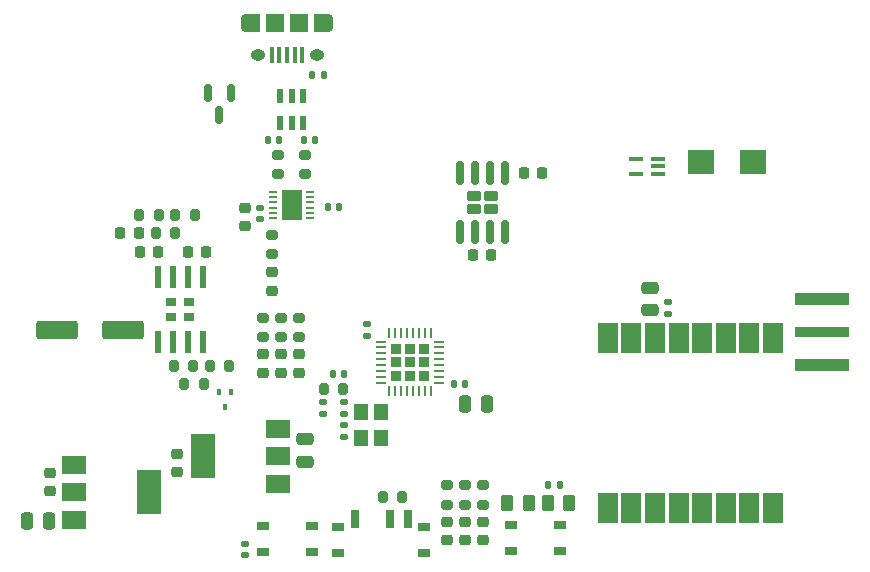
<source format=gbr>
%TF.GenerationSoftware,KiCad,Pcbnew,7.0.6*%
%TF.CreationDate,2023-10-09T12:22:10-06:00*%
%TF.ProjectId,CAN-USB RF Module,43414e2d-5553-4422-9052-46204d6f6475,2.0*%
%TF.SameCoordinates,Original*%
%TF.FileFunction,Paste,Top*%
%TF.FilePolarity,Positive*%
%FSLAX46Y46*%
G04 Gerber Fmt 4.6, Leading zero omitted, Abs format (unit mm)*
G04 Created by KiCad (PCBNEW 7.0.6) date 2023-10-09 12:22:10*
%MOMM*%
%LPD*%
G01*
G04 APERTURE LIST*
G04 Aperture macros list*
%AMRoundRect*
0 Rectangle with rounded corners*
0 $1 Rounding radius*
0 $2 $3 $4 $5 $6 $7 $8 $9 X,Y pos of 4 corners*
0 Add a 4 corners polygon primitive as box body*
4,1,4,$2,$3,$4,$5,$6,$7,$8,$9,$2,$3,0*
0 Add four circle primitives for the rounded corners*
1,1,$1+$1,$2,$3*
1,1,$1+$1,$4,$5*
1,1,$1+$1,$6,$7*
1,1,$1+$1,$8,$9*
0 Add four rect primitives between the rounded corners*
20,1,$1+$1,$2,$3,$4,$5,0*
20,1,$1+$1,$4,$5,$6,$7,0*
20,1,$1+$1,$6,$7,$8,$9,0*
20,1,$1+$1,$8,$9,$2,$3,0*%
G04 Aperture macros list end*
%ADD10RoundRect,0.200000X-0.200000X-0.275000X0.200000X-0.275000X0.200000X0.275000X-0.200000X0.275000X0*%
%ADD11RoundRect,0.218750X0.256250X-0.218750X0.256250X0.218750X-0.256250X0.218750X-0.256250X-0.218750X0*%
%ADD12RoundRect,0.200000X0.275000X-0.200000X0.275000X0.200000X-0.275000X0.200000X-0.275000X-0.200000X0*%
%ADD13R,2.000000X1.500000*%
%ADD14R,2.000000X3.800000*%
%ADD15RoundRect,0.218750X-0.218750X-0.256250X0.218750X-0.256250X0.218750X0.256250X-0.218750X0.256250X0*%
%ADD16R,1.200000X1.400000*%
%ADD17RoundRect,0.200000X-0.275000X0.200000X-0.275000X-0.200000X0.275000X-0.200000X0.275000X0.200000X0*%
%ADD18RoundRect,0.200000X0.200000X0.275000X-0.200000X0.275000X-0.200000X-0.275000X0.200000X-0.275000X0*%
%ADD19RoundRect,0.140000X-0.170000X0.140000X-0.170000X-0.140000X0.170000X-0.140000X0.170000X0.140000X0*%
%ADD20RoundRect,0.250000X-0.475000X0.250000X-0.475000X-0.250000X0.475000X-0.250000X0.475000X0.250000X0*%
%ADD21R,1.050000X0.650000*%
%ADD22RoundRect,0.140000X-0.140000X-0.170000X0.140000X-0.170000X0.140000X0.170000X-0.140000X0.170000X0*%
%ADD23RoundRect,0.225000X-0.250000X0.225000X-0.250000X-0.225000X0.250000X-0.225000X0.250000X0.225000X0*%
%ADD24RoundRect,0.250000X1.500000X0.550000X-1.500000X0.550000X-1.500000X-0.550000X1.500000X-0.550000X0*%
%ADD25RoundRect,0.140000X0.140000X0.170000X-0.140000X0.170000X-0.140000X-0.170000X0.140000X-0.170000X0*%
%ADD26RoundRect,0.250000X0.262500X0.450000X-0.262500X0.450000X-0.262500X-0.450000X0.262500X-0.450000X0*%
%ADD27RoundRect,0.225000X-0.225000X-0.250000X0.225000X-0.250000X0.225000X0.250000X-0.225000X0.250000X0*%
%ADD28O,0.890000X1.550000*%
%ADD29O,1.250000X0.950000*%
%ADD30R,0.400000X1.350000*%
%ADD31R,1.200000X1.550000*%
%ADD32R,1.500000X1.550000*%
%ADD33RoundRect,0.225000X0.225000X0.250000X-0.225000X0.250000X-0.225000X-0.250000X0.225000X-0.250000X0*%
%ADD34R,2.200000X2.150000*%
%ADD35R,1.000000X0.800000*%
%ADD36R,0.700000X1.500000*%
%ADD37RoundRect,0.250000X0.250000X0.475000X-0.250000X0.475000X-0.250000X-0.475000X0.250000X-0.475000X0*%
%ADD38R,4.560000X0.850000*%
%ADD39R,4.560000X1.000000*%
%ADD40R,1.200000X0.400000*%
%ADD41RoundRect,0.218750X-0.256250X0.218750X-0.256250X-0.218750X0.256250X-0.218750X0.256250X0.218750X0*%
%ADD42RoundRect,0.250000X-0.250000X-0.475000X0.250000X-0.475000X0.250000X0.475000X-0.250000X0.475000X0*%
%ADD43R,0.600000X1.200000*%
%ADD44RoundRect,0.140000X0.170000X-0.140000X0.170000X0.140000X-0.170000X0.140000X-0.170000X-0.140000X0*%
%ADD45R,1.800000X2.600000*%
%ADD46RoundRect,0.230000X0.375000X-0.230000X0.375000X0.230000X-0.375000X0.230000X-0.375000X-0.230000X0*%
%ADD47RoundRect,0.150000X0.150000X-0.825000X0.150000X0.825000X-0.150000X0.825000X-0.150000X-0.825000X0*%
%ADD48RoundRect,0.225000X0.250000X-0.225000X0.250000X0.225000X-0.250000X0.225000X-0.250000X-0.225000X0*%
%ADD49R,0.610000X1.910000*%
%ADD50R,0.930000X0.723000*%
%ADD51RoundRect,0.150000X-0.150000X0.587500X-0.150000X-0.587500X0.150000X-0.587500X0.150000X0.587500X0*%
%ADD52R,0.650000X0.250000*%
%ADD53R,1.700000X2.500000*%
%ADD54RoundRect,0.232500X-0.232500X-0.232500X0.232500X-0.232500X0.232500X0.232500X-0.232500X0.232500X0*%
%ADD55RoundRect,0.062500X-0.375000X-0.062500X0.375000X-0.062500X0.375000X0.062500X-0.375000X0.062500X0*%
%ADD56RoundRect,0.062500X-0.062500X-0.375000X0.062500X-0.375000X0.062500X0.375000X-0.062500X0.375000X0*%
%ADD57R,0.400000X0.510000*%
G04 APERTURE END LIST*
D10*
%TO.C,R9*%
X113475000Y-103251000D03*
X115125000Y-103251000D03*
%TD*%
D11*
%TO.C,D7*%
X120142000Y-102260500D03*
X120142000Y-100685500D03*
%TD*%
D12*
%TO.C,R15*%
X123712000Y-85453000D03*
X123712000Y-83803000D03*
%TD*%
D13*
%TO.C,U5*%
X104164600Y-110095000D03*
X104164600Y-112395000D03*
D14*
X110464600Y-112395000D03*
D13*
X104164600Y-114695000D03*
%TD*%
D10*
%TO.C,R7*%
X112713000Y-88900000D03*
X114363000Y-88900000D03*
%TD*%
D15*
%TO.C,D5*%
X108051500Y-90424000D03*
X109626500Y-90424000D03*
%TD*%
D16*
%TO.C,U1*%
X130136000Y-107780000D03*
X130136000Y-105580000D03*
X128436000Y-105580000D03*
X128436000Y-107780000D03*
%TD*%
D17*
%TO.C,R12*%
X120142000Y-97600000D03*
X120142000Y-99250000D03*
%TD*%
D18*
%TO.C,R10*%
X114236000Y-101727000D03*
X112586000Y-101727000D03*
%TD*%
%TO.C,FB1*%
X126967500Y-103604000D03*
X125317500Y-103604000D03*
%TD*%
D19*
%TO.C,C1*%
X118618000Y-116741000D03*
X118618000Y-117701000D03*
%TD*%
D20*
%TO.C,C23*%
X152908000Y-95062000D03*
X152908000Y-96962000D03*
%TD*%
D21*
%TO.C,SW3*%
X145331000Y-117320000D03*
X141181000Y-117320000D03*
X145331000Y-115170000D03*
X141181000Y-115170000D03*
%TD*%
D22*
%TO.C,C19*%
X120565000Y-82550000D03*
X121525000Y-82550000D03*
%TD*%
D20*
%TO.C,C14*%
X123698000Y-107889000D03*
X123698000Y-109789000D03*
%TD*%
D23*
%TO.C,C13*%
X112903000Y-109156200D03*
X112903000Y-110706200D03*
%TD*%
D24*
%TO.C,C10*%
X108337000Y-98679000D03*
X102737000Y-98679000D03*
%TD*%
D25*
%TO.C,C24*%
X145260000Y-111760000D03*
X144300000Y-111760000D03*
%TD*%
D17*
%TO.C,R11*%
X123190000Y-97600000D03*
X123190000Y-99250000D03*
%TD*%
%TO.C,R13*%
X121666000Y-97600000D03*
X121666000Y-99250000D03*
%TD*%
D11*
%TO.C,D6*%
X123190000Y-102260500D03*
X123190000Y-100685500D03*
%TD*%
D26*
%TO.C,R18*%
X142644500Y-113284000D03*
X140819500Y-113284000D03*
%TD*%
D23*
%TO.C,C16*%
X118632000Y-88298000D03*
X118632000Y-89848000D03*
%TD*%
D11*
%TO.C,D2*%
X137287000Y-116465750D03*
X137287000Y-114890750D03*
%TD*%
D22*
%TO.C,C15*%
X125631000Y-88265000D03*
X126591000Y-88265000D03*
%TD*%
D11*
%TO.C,D3*%
X138811000Y-116465750D03*
X138811000Y-114890750D03*
%TD*%
D27*
%TO.C,C45*%
X137909000Y-92329000D03*
X139459000Y-92329000D03*
%TD*%
D19*
%TO.C,C17*%
X119902000Y-88311000D03*
X119902000Y-89271000D03*
%TD*%
%TO.C,C5*%
X127000000Y-106708000D03*
X127000000Y-107668000D03*
%TD*%
D26*
%TO.C,R17*%
X146073500Y-113284000D03*
X144248500Y-113284000D03*
%TD*%
D28*
%TO.C,J4*%
X125690000Y-72644000D03*
D29*
X124690000Y-75344000D03*
X119690000Y-75344000D03*
D28*
X118690000Y-72644000D03*
D30*
X123490000Y-75344000D03*
X122840000Y-75344000D03*
X122190000Y-75344000D03*
X121540000Y-75344000D03*
X120890000Y-75344000D03*
D31*
X125090000Y-72644000D03*
D32*
X123190000Y-72644000D03*
X121190000Y-72644000D03*
D31*
X119290000Y-72644000D03*
%TD*%
D33*
%TO.C,C46*%
X143777000Y-85344000D03*
X142227000Y-85344000D03*
%TD*%
D34*
%TO.C,D4*%
X161680000Y-84423500D03*
X157280000Y-84423500D03*
%TD*%
D12*
%TO.C,R16*%
X121426000Y-85453000D03*
X121426000Y-83803000D03*
%TD*%
D35*
%TO.C,SW2*%
X126525000Y-115298000D03*
X126525000Y-117508000D03*
X133825000Y-115298000D03*
X133825000Y-117508000D03*
D36*
X127925000Y-114648000D03*
X130925000Y-114648000D03*
X132425000Y-114648000D03*
%TD*%
D37*
%TO.C,C12*%
X102042000Y-114808000D03*
X100142000Y-114808000D03*
%TD*%
D12*
%TO.C,R2*%
X135763000Y-113455250D03*
X135763000Y-111805250D03*
%TD*%
D38*
%TO.C,J5*%
X167499500Y-98803250D03*
D39*
X167499500Y-101573250D03*
X167499500Y-96033250D03*
%TD*%
D40*
%TO.C,IC1*%
X153638000Y-85439500D03*
X153638000Y-84789500D03*
X153638000Y-84139500D03*
X151738000Y-84139500D03*
X151738000Y-85439500D03*
%TD*%
D41*
%TO.C,D9*%
X120918000Y-93746500D03*
X120918000Y-95321500D03*
%TD*%
D10*
%TO.C,R8*%
X115634000Y-101727000D03*
X117284000Y-101727000D03*
%TD*%
D12*
%TO.C,R4*%
X138811000Y-113455250D03*
X138811000Y-111805250D03*
%TD*%
D13*
%TO.C,U6*%
X121387000Y-111647000D03*
X121387000Y-109347000D03*
D14*
X115087000Y-109347000D03*
D13*
X121387000Y-107047000D03*
%TD*%
D11*
%TO.C,D1*%
X135763000Y-116465750D03*
X135763000Y-114890750D03*
%TD*%
D18*
%TO.C,R5*%
X111315000Y-88900000D03*
X109665000Y-88900000D03*
%TD*%
D42*
%TO.C,C2*%
X137226000Y-104902000D03*
X139126000Y-104902000D03*
%TD*%
D43*
%TO.C,D10*%
X121619000Y-81160000D03*
X122569000Y-81160000D03*
X123519000Y-81160000D03*
X123519000Y-78860000D03*
X122569000Y-78860000D03*
X121619000Y-78860000D03*
%TD*%
D12*
%TO.C,R3*%
X137287000Y-113455250D03*
X137287000Y-111805250D03*
%TD*%
D44*
%TO.C,C3*%
X128936500Y-99131000D03*
X128936500Y-98171000D03*
%TD*%
D27*
%TO.C,C21*%
X113779000Y-92075000D03*
X115329000Y-92075000D03*
%TD*%
D19*
%TO.C,C8*%
X125253500Y-104775000D03*
X125253500Y-105735000D03*
%TD*%
D45*
%TO.C,MOD1*%
X149337000Y-99353000D03*
X151337000Y-99353000D03*
X153337000Y-99353000D03*
X155337000Y-99353000D03*
X157337000Y-99353000D03*
X159337000Y-99353000D03*
X161337000Y-99353000D03*
X163337000Y-99353000D03*
X163337000Y-113753000D03*
X161337000Y-113753000D03*
X159337000Y-113753000D03*
X157337000Y-113753000D03*
X155337000Y-113753000D03*
X153337000Y-113753000D03*
X151337000Y-113753000D03*
X149337000Y-113753000D03*
%TD*%
D46*
%TO.C,U10*%
X137990000Y-88428000D03*
X139490000Y-88428000D03*
X137990000Y-87288000D03*
X139490000Y-87288000D03*
D47*
X136835000Y-90333000D03*
X138105000Y-90333000D03*
X139375000Y-90333000D03*
X140645000Y-90333000D03*
X140645000Y-85383000D03*
X139375000Y-85383000D03*
X138105000Y-85383000D03*
X136835000Y-85383000D03*
%TD*%
D25*
%TO.C,C20*%
X125293000Y-77089000D03*
X124333000Y-77089000D03*
%TD*%
D48*
%TO.C,C11*%
X102108000Y-112281000D03*
X102108000Y-110731000D03*
%TD*%
D21*
%TO.C,SW1*%
X120127202Y-115257000D03*
X124277202Y-115257000D03*
X120127202Y-117407000D03*
X124277202Y-117407000D03*
%TD*%
D19*
%TO.C,C7*%
X127031500Y-104775000D03*
X127031500Y-105735000D03*
%TD*%
D44*
%TO.C,C22*%
X154432000Y-97254000D03*
X154432000Y-96294000D03*
%TD*%
D49*
%TO.C,U3*%
X115062000Y-94135000D03*
X113792000Y-94135000D03*
X112522000Y-94135000D03*
X111252000Y-94135000D03*
X111252000Y-99695000D03*
X112522000Y-99695000D03*
X113792000Y-99695000D03*
X115062000Y-99695000D03*
D50*
X113932000Y-96312500D03*
X112382000Y-96312500D03*
X113932000Y-97517500D03*
X112382000Y-97517500D03*
%TD*%
D51*
%TO.C,U4*%
X117409000Y-78564500D03*
X115509000Y-78564500D03*
X116459000Y-80439500D03*
%TD*%
D25*
%TO.C,C6*%
X127003500Y-102334000D03*
X126043500Y-102334000D03*
%TD*%
D33*
%TO.C,C9*%
X111278000Y-92075000D03*
X109728000Y-92075000D03*
%TD*%
D25*
%TO.C,C18*%
X124547000Y-82550000D03*
X123587000Y-82550000D03*
%TD*%
D10*
%TO.C,R1*%
X130302000Y-112776000D03*
X131952000Y-112776000D03*
%TD*%
D52*
%TO.C,U7*%
X121019000Y-86932000D03*
X121019000Y-87382000D03*
X121019000Y-87832000D03*
X121019000Y-88282000D03*
X121019000Y-88732000D03*
X121019000Y-89182000D03*
X124119000Y-89182000D03*
X124119000Y-88732000D03*
X124119000Y-88282000D03*
X124119000Y-87832000D03*
X124119000Y-87382000D03*
X124119000Y-86932000D03*
D53*
X122569000Y-88057000D03*
%TD*%
D54*
%TO.C,U2*%
X131445000Y-100224000D03*
X131445000Y-101374000D03*
X131445000Y-102524000D03*
X132595000Y-100224000D03*
X132595000Y-101374000D03*
X132595000Y-102524000D03*
X133745000Y-100224000D03*
X133745000Y-101374000D03*
X133745000Y-102524000D03*
D55*
X130157500Y-99624000D03*
X130157500Y-100124000D03*
X130157500Y-100624000D03*
X130157500Y-101124000D03*
X130157500Y-101624000D03*
X130157500Y-102124000D03*
X130157500Y-102624000D03*
X130157500Y-103124000D03*
D56*
X130845000Y-103811500D03*
X131345000Y-103811500D03*
X131845000Y-103811500D03*
X132345000Y-103811500D03*
X132845000Y-103811500D03*
X133345000Y-103811500D03*
X133845000Y-103811500D03*
X134345000Y-103811500D03*
D55*
X135032500Y-103124000D03*
X135032500Y-102624000D03*
X135032500Y-102124000D03*
X135032500Y-101624000D03*
X135032500Y-101124000D03*
X135032500Y-100624000D03*
X135032500Y-100124000D03*
X135032500Y-99624000D03*
D56*
X134345000Y-98936500D03*
X133845000Y-98936500D03*
X133345000Y-98936500D03*
X132845000Y-98936500D03*
X132345000Y-98936500D03*
X131845000Y-98936500D03*
X131345000Y-98936500D03*
X130845000Y-98936500D03*
%TD*%
D17*
%TO.C,R14*%
X120918000Y-90598000D03*
X120918000Y-92248000D03*
%TD*%
D57*
%TO.C,Q1*%
X117467000Y-103876000D03*
X116467000Y-103876000D03*
X116967000Y-105166000D03*
%TD*%
D22*
%TO.C,C4*%
X136299000Y-103251000D03*
X137259000Y-103251000D03*
%TD*%
D11*
%TO.C,D8*%
X121666000Y-102260500D03*
X121666000Y-100685500D03*
%TD*%
D18*
%TO.C,R6*%
X112712000Y-90424000D03*
X111062000Y-90424000D03*
%TD*%
M02*

</source>
